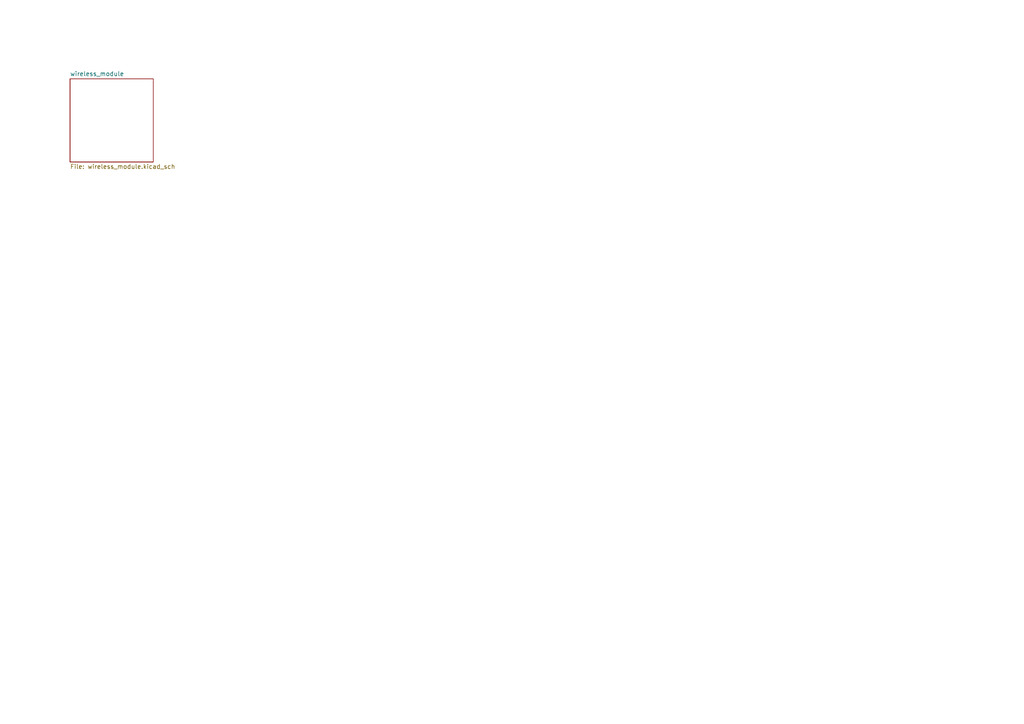
<source format=kicad_sch>
(kicad_sch
	(version 20250114)
	(generator "eeschema")
	(generator_version "9.0")
	(uuid "128c473d-b437-4343-8703-666e8943fc27")
	(paper "A4")
	(lib_symbols)
	(sheet
		(at 20.32 22.86)
		(size 24.13 24.13)
		(exclude_from_sim no)
		(in_bom yes)
		(on_board yes)
		(dnp no)
		(fields_autoplaced yes)
		(stroke
			(width 0.1524)
			(type solid)
		)
		(fill
			(color 0 0 0 0.0000)
		)
		(uuid "c61bb67a-928d-4be4-a746-3b82f0f5545e")
		(property "Sheetname" "wireless_module"
			(at 20.32 22.1484 0)
			(effects
				(font
					(size 1.27 1.27)
				)
				(justify left bottom)
			)
		)
		(property "Sheetfile" "wireless_module.kicad_sch"
			(at 20.32 47.5746 0)
			(effects
				(font
					(size 1.27 1.27)
				)
				(justify left top)
			)
		)
		(instances
			(project "zigbee-universal-sensor-kicad"
				(path "/128c473d-b437-4343-8703-666e8943fc27"
					(page "2")
				)
			)
		)
	)
	(sheet_instances
		(path "/"
			(page "1")
		)
	)
	(embedded_fonts no)
)

</source>
